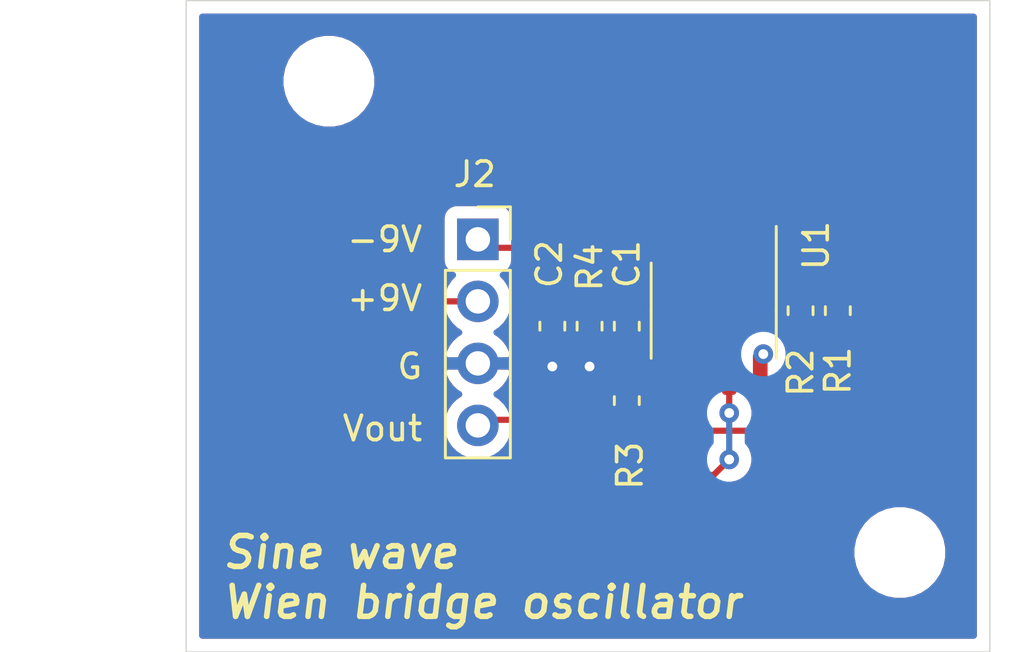
<source format=kicad_pcb>
(kicad_pcb (version 20171130) (host pcbnew 5.1.6-c6e7f7d~87~ubuntu18.04.1)

  (general
    (thickness 1.6)
    (drawings 11)
    (tracks 38)
    (zones 0)
    (modules 10)
    (nets 11)
  )

  (page A4)
  (layers
    (0 F.Cu signal)
    (31 B.Cu signal)
    (32 B.Adhes user)
    (33 F.Adhes user)
    (34 B.Paste user)
    (35 F.Paste user)
    (36 B.SilkS user)
    (37 F.SilkS user)
    (38 B.Mask user)
    (39 F.Mask user)
    (40 Dwgs.User user)
    (41 Cmts.User user)
    (42 Eco1.User user)
    (43 Eco2.User user hide)
    (44 Edge.Cuts user)
    (45 Margin user)
    (46 B.CrtYd user)
    (47 F.CrtYd user)
    (48 B.Fab user)
    (49 F.Fab user hide)
  )

  (setup
    (last_trace_width 0.254)
    (user_trace_width 0.1524)
    (user_trace_width 0.254)
    (user_trace_width 0.381)
    (user_trace_width 0.508)
    (user_trace_width 0.635)
    (trace_clearance 0.2)
    (zone_clearance 0.508)
    (zone_45_only no)
    (trace_min 0.2)
    (via_size 0.8)
    (via_drill 0.4)
    (via_min_size 0.4)
    (via_min_drill 0.3)
    (uvia_size 0.3)
    (uvia_drill 0.1)
    (uvias_allowed no)
    (uvia_min_size 0.2)
    (uvia_min_drill 0.1)
    (edge_width 0.05)
    (segment_width 0.2)
    (pcb_text_width 0.3)
    (pcb_text_size 1.5 1.5)
    (mod_edge_width 0.12)
    (mod_text_size 1 1)
    (mod_text_width 0.15)
    (pad_size 1.524 1.524)
    (pad_drill 0.762)
    (pad_to_mask_clearance 0.05)
    (aux_axis_origin 0 0)
    (visible_elements FFFFFF7F)
    (pcbplotparams
      (layerselection 0x010fc_ffffffff)
      (usegerberextensions false)
      (usegerberattributes true)
      (usegerberadvancedattributes true)
      (creategerberjobfile true)
      (excludeedgelayer true)
      (linewidth 0.100000)
      (plotframeref false)
      (viasonmask false)
      (mode 1)
      (useauxorigin false)
      (hpglpennumber 1)
      (hpglpenspeed 20)
      (hpglpendiameter 15.000000)
      (psnegative false)
      (psa4output false)
      (plotreference true)
      (plotvalue true)
      (plotinvisibletext false)
      (padsonsilk false)
      (subtractmaskfromsilk false)
      (outputformat 1)
      (mirror false)
      (drillshape 0)
      (scaleselection 1)
      (outputdirectory "../production/gerbers"))
  )

  (net 0 "")
  (net 1 GND)
  (net 2 /Vout)
  (net 3 "Net-(U1-Pad8)")
  (net 4 "Net-(U1-Pad5)")
  (net 5 "Net-(U1-Pad1)")
  (net 6 "Net-(C1-Pad2)")
  (net 7 "Net-(C1-Pad1)")
  (net 8 -9V)
  (net 9 +9V)
  (net 10 "Net-(R1-Pad2)")

  (net_class Default "This is the default net class."
    (clearance 0.2)
    (trace_width 0.25)
    (via_dia 0.8)
    (via_drill 0.4)
    (uvia_dia 0.3)
    (uvia_drill 0.1)
    (add_net +9V)
    (add_net -9V)
    (add_net /Vout)
    (add_net GND)
    (add_net "Net-(C1-Pad1)")
    (add_net "Net-(C1-Pad2)")
    (add_net "Net-(R1-Pad2)")
    (add_net "Net-(U1-Pad1)")
    (add_net "Net-(U1-Pad5)")
    (add_net "Net-(U1-Pad8)")
  )

  (module Package_SO:SO-8_3.9x4.9mm_P1.27mm (layer F.Cu) (tedit 5D9F72B1) (tstamp 61B0F525)
    (at 165.1 96.52 270)
    (descr "SO, 8 Pin (https://www.nxp.com/docs/en/data-sheet/PCF8523.pdf), generated with kicad-footprint-generator ipc_gullwing_generator.py")
    (tags "SO SO")
    (path /61B0F954)
    (attr smd)
    (fp_text reference U1 (at -2.667 -4.191 90) (layer F.SilkS)
      (effects (font (size 1 1) (thickness 0.15)))
    )
    (fp_text value TL081 (at 0 3.4 90) (layer F.Fab)
      (effects (font (size 1 1) (thickness 0.15)))
    )
    (fp_text user %R (at 0 0 90) (layer F.Fab)
      (effects (font (size 0.98 0.98) (thickness 0.15)))
    )
    (fp_line (start 0 2.56) (end 1.95 2.56) (layer F.SilkS) (width 0.12))
    (fp_line (start 0 2.56) (end -1.95 2.56) (layer F.SilkS) (width 0.12))
    (fp_line (start 0 -2.56) (end 1.95 -2.56) (layer F.SilkS) (width 0.12))
    (fp_line (start 0 -2.56) (end -3.45 -2.56) (layer F.SilkS) (width 0.12))
    (fp_line (start -0.975 -2.45) (end 1.95 -2.45) (layer F.Fab) (width 0.1))
    (fp_line (start 1.95 -2.45) (end 1.95 2.45) (layer F.Fab) (width 0.1))
    (fp_line (start 1.95 2.45) (end -1.95 2.45) (layer F.Fab) (width 0.1))
    (fp_line (start -1.95 2.45) (end -1.95 -1.475) (layer F.Fab) (width 0.1))
    (fp_line (start -1.95 -1.475) (end -0.975 -2.45) (layer F.Fab) (width 0.1))
    (fp_line (start -3.7 -2.7) (end -3.7 2.7) (layer F.CrtYd) (width 0.05))
    (fp_line (start -3.7 2.7) (end 3.7 2.7) (layer F.CrtYd) (width 0.05))
    (fp_line (start 3.7 2.7) (end 3.7 -2.7) (layer F.CrtYd) (width 0.05))
    (fp_line (start 3.7 -2.7) (end -3.7 -2.7) (layer F.CrtYd) (width 0.05))
    (pad 8 smd roundrect (at 2.575 -1.905 270) (size 1.75 0.6) (layers F.Cu F.Paste F.Mask) (roundrect_rratio 0.25)
      (net 3 "Net-(U1-Pad8)"))
    (pad 7 smd roundrect (at 2.575 -0.635 270) (size 1.75 0.6) (layers F.Cu F.Paste F.Mask) (roundrect_rratio 0.25)
      (net 9 +9V))
    (pad 6 smd roundrect (at 2.575 0.635 270) (size 1.75 0.6) (layers F.Cu F.Paste F.Mask) (roundrect_rratio 0.25)
      (net 2 /Vout))
    (pad 5 smd roundrect (at 2.575 1.905 270) (size 1.75 0.6) (layers F.Cu F.Paste F.Mask) (roundrect_rratio 0.25)
      (net 4 "Net-(U1-Pad5)"))
    (pad 4 smd roundrect (at -2.575 1.905 270) (size 1.75 0.6) (layers F.Cu F.Paste F.Mask) (roundrect_rratio 0.25)
      (net 8 -9V))
    (pad 3 smd roundrect (at -2.575 0.635 270) (size 1.75 0.6) (layers F.Cu F.Paste F.Mask) (roundrect_rratio 0.25)
      (net 7 "Net-(C1-Pad1)"))
    (pad 2 smd roundrect (at -2.575 -0.635 270) (size 1.75 0.6) (layers F.Cu F.Paste F.Mask) (roundrect_rratio 0.25)
      (net 10 "Net-(R1-Pad2)"))
    (pad 1 smd roundrect (at -2.575 -1.905 270) (size 1.75 0.6) (layers F.Cu F.Paste F.Mask) (roundrect_rratio 0.25)
      (net 5 "Net-(U1-Pad1)"))
    (model ${KISYS3DMOD}/Package_SO.3dshapes/SO-8_3.9x4.9mm_P1.27mm.wrl
      (at (xyz 0 0 0))
      (scale (xyz 1 1 1))
      (rotate (xyz 0 0 0))
    )
    (model /home/jf/Documents/KiCAD/advent-calendar-of-circuits-2021/lib/3d/SO8.STEP
      (offset (xyz 6.35 14.2875 0.2794))
      (scale (xyz 1 1 1))
      (rotate (xyz 90 -180 90))
    )
  )

  (module Resistor_SMD:R_0603_1608Metric (layer F.Cu) (tedit 5B301BBD) (tstamp 61B0EFC2)
    (at 160.02 97.155 270)
    (descr "Resistor SMD 0603 (1608 Metric), square (rectangular) end terminal, IPC_7351 nominal, (Body size source: http://www.tortai-tech.com/upload/download/2011102023233369053.pdf), generated with kicad-footprint-generator")
    (tags resistor)
    (path /61B3F9B1)
    (attr smd)
    (fp_text reference R4 (at -2.413 0 90) (layer F.SilkS)
      (effects (font (size 1 1) (thickness 0.15)))
    )
    (fp_text value 10K (at 0 1.43 90) (layer F.Fab)
      (effects (font (size 1 1) (thickness 0.15)))
    )
    (fp_text user %R (at 0 0 90) (layer F.Fab)
      (effects (font (size 0.4 0.4) (thickness 0.06)))
    )
    (fp_line (start -0.8 0.4) (end -0.8 -0.4) (layer F.Fab) (width 0.1))
    (fp_line (start -0.8 -0.4) (end 0.8 -0.4) (layer F.Fab) (width 0.1))
    (fp_line (start 0.8 -0.4) (end 0.8 0.4) (layer F.Fab) (width 0.1))
    (fp_line (start 0.8 0.4) (end -0.8 0.4) (layer F.Fab) (width 0.1))
    (fp_line (start -0.162779 -0.51) (end 0.162779 -0.51) (layer F.SilkS) (width 0.12))
    (fp_line (start -0.162779 0.51) (end 0.162779 0.51) (layer F.SilkS) (width 0.12))
    (fp_line (start -1.48 0.73) (end -1.48 -0.73) (layer F.CrtYd) (width 0.05))
    (fp_line (start -1.48 -0.73) (end 1.48 -0.73) (layer F.CrtYd) (width 0.05))
    (fp_line (start 1.48 -0.73) (end 1.48 0.73) (layer F.CrtYd) (width 0.05))
    (fp_line (start 1.48 0.73) (end -1.48 0.73) (layer F.CrtYd) (width 0.05))
    (pad 2 smd roundrect (at 0.7875 0 270) (size 0.875 0.95) (layers F.Cu F.Paste F.Mask) (roundrect_rratio 0.25)
      (net 1 GND))
    (pad 1 smd roundrect (at -0.7875 0 270) (size 0.875 0.95) (layers F.Cu F.Paste F.Mask) (roundrect_rratio 0.25)
      (net 7 "Net-(C1-Pad1)"))
    (model ${KISYS3DMOD}/Resistor_SMD.3dshapes/R_0603_1608Metric.wrl
      (at (xyz 0 0 0))
      (scale (xyz 1 1 1))
      (rotate (xyz 0 0 0))
    )
  )

  (module Resistor_SMD:R_0603_1608Metric (layer F.Cu) (tedit 5B301BBD) (tstamp 61B0EFB1)
    (at 161.544 100.203 90)
    (descr "Resistor SMD 0603 (1608 Metric), square (rectangular) end terminal, IPC_7351 nominal, (Body size source: http://www.tortai-tech.com/upload/download/2011102023233369053.pdf), generated with kicad-footprint-generator")
    (tags resistor)
    (path /61B399A6)
    (attr smd)
    (fp_text reference R3 (at -2.667 0.127 90) (layer F.SilkS)
      (effects (font (size 1 1) (thickness 0.15)))
    )
    (fp_text value 10K (at 0 1.43 90) (layer F.Fab)
      (effects (font (size 1 1) (thickness 0.15)))
    )
    (fp_text user %R (at 0 0 90) (layer F.Fab)
      (effects (font (size 0.4 0.4) (thickness 0.06)))
    )
    (fp_line (start -0.8 0.4) (end -0.8 -0.4) (layer F.Fab) (width 0.1))
    (fp_line (start -0.8 -0.4) (end 0.8 -0.4) (layer F.Fab) (width 0.1))
    (fp_line (start 0.8 -0.4) (end 0.8 0.4) (layer F.Fab) (width 0.1))
    (fp_line (start 0.8 0.4) (end -0.8 0.4) (layer F.Fab) (width 0.1))
    (fp_line (start -0.162779 -0.51) (end 0.162779 -0.51) (layer F.SilkS) (width 0.12))
    (fp_line (start -0.162779 0.51) (end 0.162779 0.51) (layer F.SilkS) (width 0.12))
    (fp_line (start -1.48 0.73) (end -1.48 -0.73) (layer F.CrtYd) (width 0.05))
    (fp_line (start -1.48 -0.73) (end 1.48 -0.73) (layer F.CrtYd) (width 0.05))
    (fp_line (start 1.48 -0.73) (end 1.48 0.73) (layer F.CrtYd) (width 0.05))
    (fp_line (start 1.48 0.73) (end -1.48 0.73) (layer F.CrtYd) (width 0.05))
    (pad 2 smd roundrect (at 0.7875 0 90) (size 0.875 0.95) (layers F.Cu F.Paste F.Mask) (roundrect_rratio 0.25)
      (net 6 "Net-(C1-Pad2)"))
    (pad 1 smd roundrect (at -0.7875 0 90) (size 0.875 0.95) (layers F.Cu F.Paste F.Mask) (roundrect_rratio 0.25)
      (net 2 /Vout))
    (model ${KISYS3DMOD}/Resistor_SMD.3dshapes/R_0603_1608Metric.wrl
      (at (xyz 0 0 0))
      (scale (xyz 1 1 1))
      (rotate (xyz 0 0 0))
    )
  )

  (module Resistor_SMD:R_0603_1608Metric (layer F.Cu) (tedit 5B301BBD) (tstamp 61B0EFA0)
    (at 168.656 96.52 270)
    (descr "Resistor SMD 0603 (1608 Metric), square (rectangular) end terminal, IPC_7351 nominal, (Body size source: http://www.tortai-tech.com/upload/download/2011102023233369053.pdf), generated with kicad-footprint-generator")
    (tags resistor)
    (path /61B1B7E0)
    (attr smd)
    (fp_text reference R2 (at 2.54 0 90) (layer F.SilkS)
      (effects (font (size 1 1) (thickness 0.15)))
    )
    (fp_text value 10K (at 0 1.43 90) (layer F.Fab)
      (effects (font (size 1 1) (thickness 0.15)))
    )
    (fp_text user %R (at 0 0 90) (layer F.Fab)
      (effects (font (size 0.4 0.4) (thickness 0.06)))
    )
    (fp_line (start -0.8 0.4) (end -0.8 -0.4) (layer F.Fab) (width 0.1))
    (fp_line (start -0.8 -0.4) (end 0.8 -0.4) (layer F.Fab) (width 0.1))
    (fp_line (start 0.8 -0.4) (end 0.8 0.4) (layer F.Fab) (width 0.1))
    (fp_line (start 0.8 0.4) (end -0.8 0.4) (layer F.Fab) (width 0.1))
    (fp_line (start -0.162779 -0.51) (end 0.162779 -0.51) (layer F.SilkS) (width 0.12))
    (fp_line (start -0.162779 0.51) (end 0.162779 0.51) (layer F.SilkS) (width 0.12))
    (fp_line (start -1.48 0.73) (end -1.48 -0.73) (layer F.CrtYd) (width 0.05))
    (fp_line (start -1.48 -0.73) (end 1.48 -0.73) (layer F.CrtYd) (width 0.05))
    (fp_line (start 1.48 -0.73) (end 1.48 0.73) (layer F.CrtYd) (width 0.05))
    (fp_line (start 1.48 0.73) (end -1.48 0.73) (layer F.CrtYd) (width 0.05))
    (pad 2 smd roundrect (at 0.7875 0 270) (size 0.875 0.95) (layers F.Cu F.Paste F.Mask) (roundrect_rratio 0.25)
      (net 2 /Vout))
    (pad 1 smd roundrect (at -0.7875 0 270) (size 0.875 0.95) (layers F.Cu F.Paste F.Mask) (roundrect_rratio 0.25)
      (net 10 "Net-(R1-Pad2)"))
    (model ${KISYS3DMOD}/Resistor_SMD.3dshapes/R_0603_1608Metric.wrl
      (at (xyz 0 0 0))
      (scale (xyz 1 1 1))
      (rotate (xyz 0 0 0))
    )
  )

  (module Capacitor_SMD:C_0603_1608Metric (layer F.Cu) (tedit 5B301BBE) (tstamp 61B0EF35)
    (at 158.496 97.155 90)
    (descr "Capacitor SMD 0603 (1608 Metric), square (rectangular) end terminal, IPC_7351 nominal, (Body size source: http://www.tortai-tech.com/upload/download/2011102023233369053.pdf), generated with kicad-footprint-generator")
    (tags capacitor)
    (path /61B40E37)
    (attr smd)
    (fp_text reference C2 (at 2.54 -0.127 90) (layer F.SilkS)
      (effects (font (size 1 1) (thickness 0.15)))
    )
    (fp_text value 10nF (at 0 1.43 90) (layer F.Fab)
      (effects (font (size 1 1) (thickness 0.15)))
    )
    (fp_text user %R (at 0 0 90) (layer F.Fab)
      (effects (font (size 0.4 0.4) (thickness 0.06)))
    )
    (fp_line (start -0.8 0.4) (end -0.8 -0.4) (layer F.Fab) (width 0.1))
    (fp_line (start -0.8 -0.4) (end 0.8 -0.4) (layer F.Fab) (width 0.1))
    (fp_line (start 0.8 -0.4) (end 0.8 0.4) (layer F.Fab) (width 0.1))
    (fp_line (start 0.8 0.4) (end -0.8 0.4) (layer F.Fab) (width 0.1))
    (fp_line (start -0.162779 -0.51) (end 0.162779 -0.51) (layer F.SilkS) (width 0.12))
    (fp_line (start -0.162779 0.51) (end 0.162779 0.51) (layer F.SilkS) (width 0.12))
    (fp_line (start -1.48 0.73) (end -1.48 -0.73) (layer F.CrtYd) (width 0.05))
    (fp_line (start -1.48 -0.73) (end 1.48 -0.73) (layer F.CrtYd) (width 0.05))
    (fp_line (start 1.48 -0.73) (end 1.48 0.73) (layer F.CrtYd) (width 0.05))
    (fp_line (start 1.48 0.73) (end -1.48 0.73) (layer F.CrtYd) (width 0.05))
    (pad 2 smd roundrect (at 0.7875 0 90) (size 0.875 0.95) (layers F.Cu F.Paste F.Mask) (roundrect_rratio 0.25)
      (net 7 "Net-(C1-Pad1)"))
    (pad 1 smd roundrect (at -0.7875 0 90) (size 0.875 0.95) (layers F.Cu F.Paste F.Mask) (roundrect_rratio 0.25)
      (net 1 GND))
    (model ${KISYS3DMOD}/Capacitor_SMD.3dshapes/C_0603_1608Metric.wrl
      (at (xyz 0 0 0))
      (scale (xyz 1 1 1))
      (rotate (xyz 0 0 0))
    )
  )

  (module Capacitor_SMD:C_0603_1608Metric (layer F.Cu) (tedit 5B301BBE) (tstamp 61B0EF24)
    (at 161.544 97.155 270)
    (descr "Capacitor SMD 0603 (1608 Metric), square (rectangular) end terminal, IPC_7351 nominal, (Body size source: http://www.tortai-tech.com/upload/download/2011102023233369053.pdf), generated with kicad-footprint-generator")
    (tags capacitor)
    (path /61B277EC)
    (attr smd)
    (fp_text reference C1 (at -2.54 0 90) (layer F.SilkS)
      (effects (font (size 1 1) (thickness 0.15)))
    )
    (fp_text value 10nF (at 0 1.43 90) (layer F.Fab)
      (effects (font (size 1 1) (thickness 0.15)))
    )
    (fp_text user %R (at 0 0 90) (layer F.Fab)
      (effects (font (size 0.4 0.4) (thickness 0.06)))
    )
    (fp_line (start -0.8 0.4) (end -0.8 -0.4) (layer F.Fab) (width 0.1))
    (fp_line (start -0.8 -0.4) (end 0.8 -0.4) (layer F.Fab) (width 0.1))
    (fp_line (start 0.8 -0.4) (end 0.8 0.4) (layer F.Fab) (width 0.1))
    (fp_line (start 0.8 0.4) (end -0.8 0.4) (layer F.Fab) (width 0.1))
    (fp_line (start -0.162779 -0.51) (end 0.162779 -0.51) (layer F.SilkS) (width 0.12))
    (fp_line (start -0.162779 0.51) (end 0.162779 0.51) (layer F.SilkS) (width 0.12))
    (fp_line (start -1.48 0.73) (end -1.48 -0.73) (layer F.CrtYd) (width 0.05))
    (fp_line (start -1.48 -0.73) (end 1.48 -0.73) (layer F.CrtYd) (width 0.05))
    (fp_line (start 1.48 -0.73) (end 1.48 0.73) (layer F.CrtYd) (width 0.05))
    (fp_line (start 1.48 0.73) (end -1.48 0.73) (layer F.CrtYd) (width 0.05))
    (pad 2 smd roundrect (at 0.7875 0 270) (size 0.875 0.95) (layers F.Cu F.Paste F.Mask) (roundrect_rratio 0.25)
      (net 6 "Net-(C1-Pad2)"))
    (pad 1 smd roundrect (at -0.7875 0 270) (size 0.875 0.95) (layers F.Cu F.Paste F.Mask) (roundrect_rratio 0.25)
      (net 7 "Net-(C1-Pad1)"))
    (model ${KISYS3DMOD}/Capacitor_SMD.3dshapes/C_0603_1608Metric.wrl
      (at (xyz 0 0 0))
      (scale (xyz 1 1 1))
      (rotate (xyz 0 0 0))
    )
  )

  (module Resistor_SMD:R_0603_1608Metric (layer F.Cu) (tedit 5B301BBD) (tstamp 61AB56A3)
    (at 170.18 96.52 90)
    (descr "Resistor SMD 0603 (1608 Metric), square (rectangular) end terminal, IPC_7351 nominal, (Body size source: http://www.tortai-tech.com/upload/download/2011102023233369053.pdf), generated with kicad-footprint-generator")
    (tags resistor)
    (path /61B0AB8F)
    (attr smd)
    (fp_text reference R1 (at -2.4638 0 90) (layer F.SilkS)
      (effects (font (size 1 1) (thickness 0.15)))
    )
    (fp_text value 10K (at 0 1.43 90) (layer F.Fab)
      (effects (font (size 1 1) (thickness 0.15)))
    )
    (fp_line (start 1.48 0.73) (end -1.48 0.73) (layer F.CrtYd) (width 0.05))
    (fp_line (start 1.48 -0.73) (end 1.48 0.73) (layer F.CrtYd) (width 0.05))
    (fp_line (start -1.48 -0.73) (end 1.48 -0.73) (layer F.CrtYd) (width 0.05))
    (fp_line (start -1.48 0.73) (end -1.48 -0.73) (layer F.CrtYd) (width 0.05))
    (fp_line (start -0.162779 0.51) (end 0.162779 0.51) (layer F.SilkS) (width 0.12))
    (fp_line (start -0.162779 -0.51) (end 0.162779 -0.51) (layer F.SilkS) (width 0.12))
    (fp_line (start 0.8 0.4) (end -0.8 0.4) (layer F.Fab) (width 0.1))
    (fp_line (start 0.8 -0.4) (end 0.8 0.4) (layer F.Fab) (width 0.1))
    (fp_line (start -0.8 -0.4) (end 0.8 -0.4) (layer F.Fab) (width 0.1))
    (fp_line (start -0.8 0.4) (end -0.8 -0.4) (layer F.Fab) (width 0.1))
    (fp_text user %R (at 0 0 90) (layer F.Fab)
      (effects (font (size 0.4 0.4) (thickness 0.06)))
    )
    (pad 2 smd roundrect (at 0.7875 0 90) (size 0.875 0.95) (layers F.Cu F.Paste F.Mask) (roundrect_rratio 0.25)
      (net 10 "Net-(R1-Pad2)"))
    (pad 1 smd roundrect (at -0.7875 0 90) (size 0.875 0.95) (layers F.Cu F.Paste F.Mask) (roundrect_rratio 0.25)
      (net 1 GND))
    (model ${KISYS3DMOD}/Resistor_SMD.3dshapes/R_0603_1608Metric.wrl
      (at (xyz 0 0 0))
      (scale (xyz 1 1 1))
      (rotate (xyz 0 0 0))
    )
  )

  (module MountingHole:MountingHole_2.7mm_M2.5 (layer F.Cu) (tedit 56D1B4CB) (tstamp 61A8CCDD)
    (at 172.72 106.426)
    (descr "Mounting Hole 2.7mm, no annular, M2.5")
    (tags "mounting hole 2.7mm no annular m2.5")
    (path /61B14D6F)
    (attr virtual)
    (fp_text reference H2 (at -4.064 2.286) (layer F.SilkS) hide
      (effects (font (size 1 1) (thickness 0.15)))
    )
    (fp_text value MountingHole (at 0 3.7) (layer F.Fab)
      (effects (font (size 1 1) (thickness 0.15)))
    )
    (fp_circle (center 0 0) (end 2.7 0) (layer Cmts.User) (width 0.15))
    (fp_circle (center 0 0) (end 2.95 0) (layer F.CrtYd) (width 0.05))
    (fp_text user %R (at 0.3 0) (layer F.Fab)
      (effects (font (size 1 1) (thickness 0.15)))
    )
    (pad 1 np_thru_hole circle (at 0 0) (size 2.7 2.7) (drill 2.7) (layers *.Cu *.Mask))
  )

  (module MountingHole:MountingHole_2.7mm_M2.5 (layer F.Cu) (tedit 56D1B4CB) (tstamp 61A8D2F5)
    (at 149.352 87.122)
    (descr "Mounting Hole 2.7mm, no annular, M2.5")
    (tags "mounting hole 2.7mm no annular m2.5")
    (path /61B1347B)
    (attr virtual)
    (fp_text reference H1 (at 0 -3.7) (layer F.SilkS) hide
      (effects (font (size 1 1) (thickness 0.15)))
    )
    (fp_text value MountingHole (at 0 3.7) (layer F.Fab)
      (effects (font (size 1 1) (thickness 0.15)))
    )
    (fp_circle (center 0 0) (end 2.7 0) (layer Cmts.User) (width 0.15))
    (fp_circle (center 0 0) (end 2.95 0) (layer F.CrtYd) (width 0.05))
    (fp_text user %R (at 0.3 0) (layer F.Fab)
      (effects (font (size 1 1) (thickness 0.15)))
    )
    (pad 1 np_thru_hole circle (at 0 0) (size 2.7 2.7) (drill 2.7) (layers *.Cu *.Mask))
  )

  (module Connector_PinSocket_2.54mm:PinSocket_1x04_P2.54mm_Vertical (layer F.Cu) (tedit 5A19A429) (tstamp 61A8D878)
    (at 155.448 93.599)
    (descr "Through hole straight socket strip, 1x04, 2.54mm pitch, single row (from Kicad 4.0.7), script generated")
    (tags "Through hole socket strip THT 1x04 2.54mm single row")
    (path /61A8D521)
    (fp_text reference J2 (at -0.127 -2.667) (layer F.SilkS)
      (effects (font (size 1 1) (thickness 0.15)))
    )
    (fp_text value Conn_01x04 (at 0 10.39) (layer F.Fab)
      (effects (font (size 1 1) (thickness 0.15)))
    )
    (fp_line (start -1.27 -1.27) (end 0.635 -1.27) (layer F.Fab) (width 0.1))
    (fp_line (start 0.635 -1.27) (end 1.27 -0.635) (layer F.Fab) (width 0.1))
    (fp_line (start 1.27 -0.635) (end 1.27 8.89) (layer F.Fab) (width 0.1))
    (fp_line (start 1.27 8.89) (end -1.27 8.89) (layer F.Fab) (width 0.1))
    (fp_line (start -1.27 8.89) (end -1.27 -1.27) (layer F.Fab) (width 0.1))
    (fp_line (start -1.33 1.27) (end 1.33 1.27) (layer F.SilkS) (width 0.12))
    (fp_line (start -1.33 1.27) (end -1.33 8.95) (layer F.SilkS) (width 0.12))
    (fp_line (start -1.33 8.95) (end 1.33 8.95) (layer F.SilkS) (width 0.12))
    (fp_line (start 1.33 1.27) (end 1.33 8.95) (layer F.SilkS) (width 0.12))
    (fp_line (start 1.33 -1.33) (end 1.33 0) (layer F.SilkS) (width 0.12))
    (fp_line (start 0 -1.33) (end 1.33 -1.33) (layer F.SilkS) (width 0.12))
    (fp_line (start -1.8 -1.8) (end 1.75 -1.8) (layer F.CrtYd) (width 0.05))
    (fp_line (start 1.75 -1.8) (end 1.75 9.4) (layer F.CrtYd) (width 0.05))
    (fp_line (start 1.75 9.4) (end -1.8 9.4) (layer F.CrtYd) (width 0.05))
    (fp_line (start -1.8 9.4) (end -1.8 -1.8) (layer F.CrtYd) (width 0.05))
    (fp_text user %R (at 0 3.81 90) (layer F.Fab)
      (effects (font (size 1 1) (thickness 0.15)))
    )
    (pad 4 thru_hole oval (at 0 7.62) (size 1.7 1.7) (drill 1) (layers *.Cu *.Mask)
      (net 2 /Vout))
    (pad 3 thru_hole oval (at 0 5.08) (size 1.7 1.7) (drill 1) (layers *.Cu *.Mask)
      (net 1 GND))
    (pad 2 thru_hole oval (at 0 2.54) (size 1.7 1.7) (drill 1) (layers *.Cu *.Mask)
      (net 9 +9V))
    (pad 1 thru_hole rect (at 0 0) (size 1.7 1.7) (drill 1) (layers *.Cu *.Mask)
      (net 8 -9V))
  )

  (gr_text 12/5/2021 (at 168.656 86.995) (layer F.Mask) (tstamp 61B1086F)
    (effects (font (size 1 1) (thickness 0.15) italic))
  )
  (gr_text -9V (at 151.638 93.599) (layer F.SilkS) (tstamp 61B1085C)
    (effects (font (size 1 1) (thickness 0.15)))
  )
  (gr_text +9V (at 151.638 96.012) (layer F.SilkS) (tstamp 61B10858)
    (effects (font (size 1 1) (thickness 0.15)))
  )
  (gr_text G (at 152.66181 98.806) (layer F.SilkS) (tstamp 61AB6076)
    (effects (font (size 1 1) (thickness 0.15)))
  )
  (gr_text "Sine wave\nWien bridge oscillator" (at 144.907 107.442) (layer F.SilkS)
    (effects (font (size 1.27 1.27) (thickness 0.2286) italic) (justify left))
  )
  (gr_text "JF Saraceno" (at 163.703 108.585) (layer B.Mask) (tstamp 61A8E090)
    (effects (font (size 1 1) (thickness 0.15) italic) (justify mirror))
  )
  (gr_text Vout (at 151.542762 101.346) (layer F.SilkS) (tstamp 61A8DF49)
    (effects (font (size 1 1) (thickness 0.15)))
  )
  (gr_line (start 176.403 83.82) (end 143.51 83.82) (layer Edge.Cuts) (width 0.05))
  (gr_line (start 176.403 110.49) (end 176.403 83.82) (layer Edge.Cuts) (width 0.05))
  (gr_line (start 143.51 110.49) (end 176.403 110.49) (layer Edge.Cuts) (width 0.05))
  (gr_line (start 143.51 83.82) (end 143.51 110.49) (layer Edge.Cuts) (width 0.05))

  (via (at 158.496 98.806) (size 0.8) (drill 0.4) (layers F.Cu B.Cu) (net 1))
  (via (at 160.02 98.806) (size 0.8) (drill 0.4) (layers F.Cu B.Cu) (net 1))
  (via (at 167.132 98.298) (size 0.8) (drill 0.4) (layers F.Cu B.Cu) (net 3))
  (segment (start 170.9675 97.3075) (end 171.069 97.409) (width 0.254) (layer F.Cu) (net 1))
  (segment (start 170.18 97.3075) (end 170.9675 97.3075) (width 0.254) (layer F.Cu) (net 1))
  (segment (start 158.496 97.9425) (end 158.496 98.806) (width 0.254) (layer F.Cu) (net 1))
  (segment (start 160.02 97.9425) (end 160.02 98.806) (width 0.254) (layer F.Cu) (net 1))
  (segment (start 168.656 97.3075) (end 168.656 100.711) (width 0.254) (layer F.Cu) (net 2))
  (segment (start 163.4445 100.9905) (end 161.544 100.9905) (width 0.254) (layer F.Cu) (net 2))
  (segment (start 167.928999 101.438001) (end 168.656 100.711) (width 0.254) (layer F.Cu) (net 2))
  (segment (start 163.892001 101.438001) (end 167.928999 101.438001) (width 0.254) (layer F.Cu) (net 2))
  (segment (start 163.4445 100.9905) (end 163.892001 101.438001) (width 0.254) (layer F.Cu) (net 2))
  (segment (start 155.6765 100.9905) (end 155.448 101.219) (width 0.254) (layer F.Cu) (net 2))
  (segment (start 164.557001 101.438001) (end 163.892001 101.438001) (width 0.254) (layer F.Cu) (net 2))
  (segment (start 164.465 99.095) (end 164.465 101.346) (width 0.254) (layer F.Cu) (net 2))
  (segment (start 164.465 101.346) (end 164.557001 101.438001) (width 0.254) (layer F.Cu) (net 2))
  (segment (start 161.544 100.9905) (end 155.6765 100.9905) (width 0.254) (layer F.Cu) (net 2))
  (segment (start 161.544 97.9425) (end 161.544 99.4155) (width 0.254) (layer F.Cu) (net 6))
  (segment (start 164.465 93.945) (end 164.465 95.885) (width 0.254) (layer F.Cu) (net 7))
  (segment (start 163.9825 96.3675) (end 158.496 96.3675) (width 0.254) (layer F.Cu) (net 7))
  (segment (start 164.465 95.885) (end 163.9825 96.3675) (width 0.254) (layer F.Cu) (net 7))
  (segment (start 155.794 93.945) (end 155.448 93.599) (width 0.254) (layer F.Cu) (net 8))
  (segment (start 163.195 93.945) (end 155.794 93.945) (width 0.254) (layer F.Cu) (net 8))
  (via (at 165.735 102.616) (size 0.8) (drill 0.4) (layers F.Cu B.Cu) (net 9) (tstamp 61B106B5))
  (via (at 165.735 100.711) (size 0.8) (drill 0.4) (layers F.Cu B.Cu) (net 9) (tstamp 61B106BA))
  (segment (start 165.735 99.095) (end 165.735 100.711) (width 0.254) (layer F.Cu) (net 9))
  (segment (start 155.448 96.139) (end 153.543 96.139) (width 0.254) (layer F.Cu) (net 9))
  (segment (start 153.543 96.139) (end 152.527 97.155) (width 0.254) (layer F.Cu) (net 9))
  (segment (start 152.527 97.155) (end 152.527 102.362) (width 0.254) (layer F.Cu) (net 9))
  (segment (start 152.527 102.362) (end 153.416 103.251) (width 0.254) (layer F.Cu) (net 9))
  (segment (start 165.735 100.711) (end 165.735 102.616) (width 0.254) (layer B.Cu) (net 9))
  (segment (start 165.1 103.251) (end 165.735 102.616) (width 0.254) (layer F.Cu) (net 9))
  (segment (start 153.416 103.251) (end 165.1 103.251) (width 0.254) (layer F.Cu) (net 9))
  (segment (start 170.2055 95.758) (end 170.18 95.7325) (width 0.254) (layer F.Cu) (net 10))
  (segment (start 170.18 95.7325) (end 168.656 95.7325) (width 0.254) (layer F.Cu) (net 10))
  (segment (start 165.735 93.945) (end 165.735 94.996) (width 0.254) (layer F.Cu) (net 10))
  (segment (start 166.4715 95.7325) (end 168.656 95.7325) (width 0.254) (layer F.Cu) (net 10))
  (segment (start 165.735 94.996) (end 166.4715 95.7325) (width 0.254) (layer F.Cu) (net 10))

  (zone (net 1) (net_name GND) (layer F.Cu) (tstamp 61A873FB) (hatch edge 0.508)
    (connect_pads (clearance 0.508))
    (min_thickness 0.254)
    (fill yes (arc_segments 32) (thermal_gap 0.508) (thermal_bridge_width 0.508))
    (polygon
      (pts
        (xy 177.8 110.49) (xy 135.89 110.49) (xy 135.89 83.82) (xy 177.8 83.82)
      )
    )
    (filled_polygon
      (pts
        (xy 175.743 109.83) (xy 144.17 109.83) (xy 144.17 106.230495) (xy 170.735 106.230495) (xy 170.735 106.621505)
        (xy 170.811282 107.005003) (xy 170.960915 107.36625) (xy 171.178149 107.691364) (xy 171.454636 107.967851) (xy 171.77975 108.185085)
        (xy 172.140997 108.334718) (xy 172.524495 108.411) (xy 172.915505 108.411) (xy 173.299003 108.334718) (xy 173.66025 108.185085)
        (xy 173.985364 107.967851) (xy 174.261851 107.691364) (xy 174.479085 107.36625) (xy 174.628718 107.005003) (xy 174.705 106.621505)
        (xy 174.705 106.230495) (xy 174.628718 105.846997) (xy 174.479085 105.48575) (xy 174.261851 105.160636) (xy 173.985364 104.884149)
        (xy 173.66025 104.666915) (xy 173.299003 104.517282) (xy 172.915505 104.441) (xy 172.524495 104.441) (xy 172.140997 104.517282)
        (xy 171.77975 104.666915) (xy 171.454636 104.884149) (xy 171.178149 105.160636) (xy 170.960915 105.48575) (xy 170.811282 105.846997)
        (xy 170.735 106.230495) (xy 144.17 106.230495) (xy 144.17 97.155) (xy 151.761314 97.155) (xy 151.765 97.192423)
        (xy 151.765001 102.324567) (xy 151.761314 102.362) (xy 151.776027 102.511378) (xy 151.819599 102.655015) (xy 151.890355 102.787392)
        (xy 151.961721 102.874351) (xy 151.985579 102.903422) (xy 152.014649 102.927279) (xy 152.850721 103.763351) (xy 152.874578 103.792422)
        (xy 152.903648 103.816279) (xy 152.990607 103.887645) (xy 153.061364 103.925465) (xy 153.122985 103.958402) (xy 153.266622 104.001974)
        (xy 153.378574 104.013) (xy 153.378577 104.013) (xy 153.416 104.016686) (xy 153.453423 104.013) (xy 165.062577 104.013)
        (xy 165.1 104.016686) (xy 165.137423 104.013) (xy 165.137426 104.013) (xy 165.249378 104.001974) (xy 165.393015 103.958402)
        (xy 165.525392 103.887645) (xy 165.641422 103.792422) (xy 165.665284 103.763346) (xy 165.77763 103.651) (xy 165.836939 103.651)
        (xy 166.036898 103.611226) (xy 166.225256 103.533205) (xy 166.394774 103.419937) (xy 166.538937 103.275774) (xy 166.652205 103.106256)
        (xy 166.730226 102.917898) (xy 166.77 102.717939) (xy 166.77 102.514061) (xy 166.730226 102.314102) (xy 166.682963 102.200001)
        (xy 167.891576 102.200001) (xy 167.928999 102.203687) (xy 167.966422 102.200001) (xy 167.966425 102.200001) (xy 168.078377 102.188975)
        (xy 168.222014 102.145403) (xy 168.354391 102.074646) (xy 168.470421 101.979423) (xy 168.494283 101.950347) (xy 169.168346 101.276284)
        (xy 169.197422 101.252422) (xy 169.257857 101.178781) (xy 169.292645 101.136393) (xy 169.363401 101.004016) (xy 169.363402 101.004015)
        (xy 169.406974 100.860378) (xy 169.418 100.748426) (xy 169.418 100.748423) (xy 169.421686 100.711) (xy 169.418 100.673577)
        (xy 169.418 98.311614) (xy 169.46082 98.334502) (xy 169.580518 98.370812) (xy 169.705 98.383072) (xy 169.89425 98.38)
        (xy 170.053 98.22125) (xy 170.053 97.4345) (xy 170.307 97.4345) (xy 170.307 98.22125) (xy 170.46575 98.38)
        (xy 170.655 98.383072) (xy 170.779482 98.370812) (xy 170.89918 98.334502) (xy 171.009494 98.275537) (xy 171.106185 98.196185)
        (xy 171.185537 98.099494) (xy 171.244502 97.98918) (xy 171.280812 97.869482) (xy 171.293072 97.745) (xy 171.29 97.59325)
        (xy 171.13125 97.4345) (xy 170.307 97.4345) (xy 170.053 97.4345) (xy 170.033 97.4345) (xy 170.033 97.1805)
        (xy 170.053 97.1805) (xy 170.053 97.1605) (xy 170.307 97.1605) (xy 170.307 97.1805) (xy 171.13125 97.1805)
        (xy 171.29 97.02175) (xy 171.293072 96.87) (xy 171.280812 96.745518) (xy 171.244502 96.62582) (xy 171.185537 96.515506)
        (xy 171.1309 96.44893) (xy 171.148671 96.427275) (xy 171.22785 96.279142) (xy 171.276608 96.118408) (xy 171.293072 95.95125)
        (xy 171.293072 95.51375) (xy 171.276608 95.346592) (xy 171.22785 95.185858) (xy 171.148671 95.037725) (xy 171.042115 94.907885)
        (xy 170.912275 94.801329) (xy 170.764142 94.72215) (xy 170.603408 94.673392) (xy 170.43625 94.656928) (xy 169.92375 94.656928)
        (xy 169.756592 94.673392) (xy 169.595858 94.72215) (xy 169.447725 94.801329) (xy 169.418 94.825723) (xy 169.388275 94.801329)
        (xy 169.240142 94.72215) (xy 169.079408 94.673392) (xy 168.91225 94.656928) (xy 168.39975 94.656928) (xy 168.232592 94.673392)
        (xy 168.071858 94.72215) (xy 167.930493 94.797711) (xy 167.943072 94.67) (xy 167.943072 93.22) (xy 167.927929 93.066255)
        (xy 167.883084 92.918418) (xy 167.810258 92.782171) (xy 167.712251 92.662749) (xy 167.592829 92.564742) (xy 167.456582 92.491916)
        (xy 167.308745 92.447071) (xy 167.155 92.431928) (xy 166.855 92.431928) (xy 166.701255 92.447071) (xy 166.553418 92.491916)
        (xy 166.417171 92.564742) (xy 166.37 92.603454) (xy 166.322829 92.564742) (xy 166.186582 92.491916) (xy 166.038745 92.447071)
        (xy 165.885 92.431928) (xy 165.585 92.431928) (xy 165.431255 92.447071) (xy 165.283418 92.491916) (xy 165.147171 92.564742)
        (xy 165.1 92.603454) (xy 165.052829 92.564742) (xy 164.916582 92.491916) (xy 164.768745 92.447071) (xy 164.615 92.431928)
        (xy 164.315 92.431928) (xy 164.161255 92.447071) (xy 164.013418 92.491916) (xy 163.877171 92.564742) (xy 163.83 92.603454)
        (xy 163.782829 92.564742) (xy 163.646582 92.491916) (xy 163.498745 92.447071) (xy 163.345 92.431928) (xy 163.045 92.431928)
        (xy 162.891255 92.447071) (xy 162.743418 92.491916) (xy 162.607171 92.564742) (xy 162.487749 92.662749) (xy 162.389742 92.782171)
        (xy 162.316916 92.918418) (xy 162.272071 93.066255) (xy 162.260572 93.183) (xy 156.936072 93.183) (xy 156.936072 92.749)
        (xy 156.923812 92.624518) (xy 156.887502 92.50482) (xy 156.828537 92.394506) (xy 156.749185 92.297815) (xy 156.652494 92.218463)
        (xy 156.54218 92.159498) (xy 156.422482 92.123188) (xy 156.298 92.110928) (xy 154.598 92.110928) (xy 154.473518 92.123188)
        (xy 154.35382 92.159498) (xy 154.243506 92.218463) (xy 154.146815 92.297815) (xy 154.067463 92.394506) (xy 154.008498 92.50482)
        (xy 153.972188 92.624518) (xy 153.959928 92.749) (xy 153.959928 94.449) (xy 153.972188 94.573482) (xy 154.008498 94.69318)
        (xy 154.067463 94.803494) (xy 154.146815 94.900185) (xy 154.243506 94.979537) (xy 154.35382 95.038502) (xy 154.42638 95.060513)
        (xy 154.294525 95.192368) (xy 154.171158 95.377) (xy 153.580423 95.377) (xy 153.543 95.373314) (xy 153.505577 95.377)
        (xy 153.505574 95.377) (xy 153.393622 95.388026) (xy 153.249985 95.431598) (xy 153.200456 95.458072) (xy 153.117607 95.502355)
        (xy 153.034904 95.570228) (xy 153.001578 95.597578) (xy 152.977721 95.626649) (xy 152.014654 96.589716) (xy 151.985578 96.613578)
        (xy 151.938573 96.670855) (xy 151.890355 96.729608) (xy 151.852535 96.800365) (xy 151.819598 96.861986) (xy 151.776026 97.005623)
        (xy 151.769203 97.074901) (xy 151.761314 97.155) (xy 144.17 97.155) (xy 144.17 86.926495) (xy 147.367 86.926495)
        (xy 147.367 87.317505) (xy 147.443282 87.701003) (xy 147.592915 88.06225) (xy 147.810149 88.387364) (xy 148.086636 88.663851)
        (xy 148.41175 88.881085) (xy 148.772997 89.030718) (xy 149.156495 89.107) (xy 149.547505 89.107) (xy 149.931003 89.030718)
        (xy 150.29225 88.881085) (xy 150.617364 88.663851) (xy 150.893851 88.387364) (xy 151.111085 88.06225) (xy 151.260718 87.701003)
        (xy 151.337 87.317505) (xy 151.337 86.926495) (xy 151.260718 86.542997) (xy 151.111085 86.18175) (xy 150.893851 85.856636)
        (xy 150.617364 85.580149) (xy 150.29225 85.362915) (xy 149.931003 85.213282) (xy 149.547505 85.137) (xy 149.156495 85.137)
        (xy 148.772997 85.213282) (xy 148.41175 85.362915) (xy 148.086636 85.580149) (xy 147.810149 85.856636) (xy 147.592915 86.18175)
        (xy 147.443282 86.542997) (xy 147.367 86.926495) (xy 144.17 86.926495) (xy 144.17 84.48) (xy 175.743001 84.48)
      )
    )
    (filled_polygon
      (pts
        (xy 162.272071 94.823745) (xy 162.316916 94.971582) (xy 162.389742 95.107829) (xy 162.487749 95.227251) (xy 162.607171 95.325258)
        (xy 162.743418 95.398084) (xy 162.891255 95.442929) (xy 163.045 95.458072) (xy 163.345 95.458072) (xy 163.498745 95.442929)
        (xy 163.646582 95.398084) (xy 163.703001 95.367927) (xy 163.703001 95.569369) (xy 163.66687 95.6055) (xy 162.457501 95.6055)
        (xy 162.406115 95.542885) (xy 162.276275 95.436329) (xy 162.128142 95.35715) (xy 161.967408 95.308392) (xy 161.80025 95.291928)
        (xy 161.28775 95.291928) (xy 161.120592 95.308392) (xy 160.959858 95.35715) (xy 160.811725 95.436329) (xy 160.782 95.460723)
        (xy 160.752275 95.436329) (xy 160.604142 95.35715) (xy 160.443408 95.308392) (xy 160.27625 95.291928) (xy 159.76375 95.291928)
        (xy 159.596592 95.308392) (xy 159.435858 95.35715) (xy 159.287725 95.436329) (xy 159.258 95.460723) (xy 159.228275 95.436329)
        (xy 159.080142 95.35715) (xy 158.919408 95.308392) (xy 158.75225 95.291928) (xy 158.23975 95.291928) (xy 158.072592 95.308392)
        (xy 157.911858 95.35715) (xy 157.763725 95.436329) (xy 157.633885 95.542885) (xy 157.527329 95.672725) (xy 157.44815 95.820858)
        (xy 157.399392 95.981592) (xy 157.382928 96.14875) (xy 157.382928 96.58625) (xy 157.399392 96.753408) (xy 157.44815 96.914142)
        (xy 157.527329 97.062275) (xy 157.5451 97.08393) (xy 157.490463 97.150506) (xy 157.431498 97.26082) (xy 157.395188 97.380518)
        (xy 157.382928 97.505) (xy 157.386 97.65675) (xy 157.54475 97.8155) (xy 158.369 97.8155) (xy 158.369 97.7955)
        (xy 158.623 97.7955) (xy 158.623 97.8155) (xy 159.893 97.8155) (xy 159.893 97.7955) (xy 160.147 97.7955)
        (xy 160.147 97.8155) (xy 160.167 97.8155) (xy 160.167 98.0695) (xy 160.147 98.0695) (xy 160.147 98.85625)
        (xy 160.30575 99.015) (xy 160.451103 99.017359) (xy 160.447392 99.029592) (xy 160.430928 99.19675) (xy 160.430928 99.63425)
        (xy 160.447392 99.801408) (xy 160.49615 99.962142) (xy 160.575329 100.110275) (xy 160.651426 100.203) (xy 160.630499 100.2285)
        (xy 156.557607 100.2285) (xy 156.394632 100.065525) (xy 156.212466 99.943805) (xy 156.329355 99.874178) (xy 156.545588 99.679269)
        (xy 156.719641 99.44592) (xy 156.844825 99.183099) (xy 156.889476 99.03589) (xy 156.768155 98.806) (xy 155.575 98.806)
        (xy 155.575 98.826) (xy 155.321 98.826) (xy 155.321 98.806) (xy 154.127845 98.806) (xy 154.006524 99.03589)
        (xy 154.051175 99.183099) (xy 154.176359 99.44592) (xy 154.350412 99.679269) (xy 154.566645 99.874178) (xy 154.683534 99.943805)
        (xy 154.501368 100.065525) (xy 154.294525 100.272368) (xy 154.13201 100.515589) (xy 154.020068 100.785842) (xy 153.963 101.07274)
        (xy 153.963 101.36526) (xy 154.020068 101.652158) (xy 154.13201 101.922411) (xy 154.294525 102.165632) (xy 154.501368 102.372475)
        (xy 154.67576 102.489) (xy 153.731631 102.489) (xy 153.289 102.04637) (xy 153.289 97.47063) (xy 153.858631 96.901)
        (xy 154.171158 96.901) (xy 154.294525 97.085632) (xy 154.501368 97.292475) (xy 154.683534 97.414195) (xy 154.566645 97.483822)
        (xy 154.350412 97.678731) (xy 154.176359 97.91208) (xy 154.051175 98.174901) (xy 154.006524 98.32211) (xy 154.127845 98.552)
        (xy 155.321 98.552) (xy 155.321 98.532) (xy 155.575 98.532) (xy 155.575 98.552) (xy 156.768155 98.552)
        (xy 156.858925 98.38) (xy 157.382928 98.38) (xy 157.395188 98.504482) (xy 157.431498 98.62418) (xy 157.490463 98.734494)
        (xy 157.569815 98.831185) (xy 157.666506 98.910537) (xy 157.77682 98.969502) (xy 157.896518 99.005812) (xy 158.021 99.018072)
        (xy 158.21025 99.015) (xy 158.369 98.85625) (xy 158.369 98.0695) (xy 158.623 98.0695) (xy 158.623 98.85625)
        (xy 158.78175 99.015) (xy 158.971 99.018072) (xy 159.095482 99.005812) (xy 159.21518 98.969502) (xy 159.258 98.946614)
        (xy 159.30082 98.969502) (xy 159.420518 99.005812) (xy 159.545 99.018072) (xy 159.73425 99.015) (xy 159.893 98.85625)
        (xy 159.893 98.0695) (xy 158.623 98.0695) (xy 158.369 98.0695) (xy 157.54475 98.0695) (xy 157.386 98.22825)
        (xy 157.382928 98.38) (xy 156.858925 98.38) (xy 156.889476 98.32211) (xy 156.844825 98.174901) (xy 156.719641 97.91208)
        (xy 156.545588 97.678731) (xy 156.329355 97.483822) (xy 156.212466 97.414195) (xy 156.394632 97.292475) (xy 156.601475 97.085632)
        (xy 156.76399 96.842411) (xy 156.875932 96.572158) (xy 156.933 96.28526) (xy 156.933 95.99274) (xy 156.875932 95.705842)
        (xy 156.76399 95.435589) (xy 156.601475 95.192368) (xy 156.46962 95.060513) (xy 156.54218 95.038502) (xy 156.652494 94.979537)
        (xy 156.749185 94.900185) (xy 156.828537 94.803494) (xy 156.880115 94.707) (xy 162.260572 94.707)
      )
    )
  )
  (zone (net 1) (net_name GND) (layer B.Cu) (tstamp 61A873F8) (hatch edge 0.508)
    (connect_pads (clearance 0.508))
    (min_thickness 0.254)
    (fill yes (arc_segments 32) (thermal_gap 0.508) (thermal_bridge_width 0.508))
    (polygon
      (pts
        (xy 177.8 110.49) (xy 135.89 110.49) (xy 135.89 83.82) (xy 177.8 83.82)
      )
    )
    (filled_polygon
      (pts
        (xy 175.743 109.83) (xy 144.17 109.83) (xy 144.17 106.230495) (xy 170.735 106.230495) (xy 170.735 106.621505)
        (xy 170.811282 107.005003) (xy 170.960915 107.36625) (xy 171.178149 107.691364) (xy 171.454636 107.967851) (xy 171.77975 108.185085)
        (xy 172.140997 108.334718) (xy 172.524495 108.411) (xy 172.915505 108.411) (xy 173.299003 108.334718) (xy 173.66025 108.185085)
        (xy 173.985364 107.967851) (xy 174.261851 107.691364) (xy 174.479085 107.36625) (xy 174.628718 107.005003) (xy 174.705 106.621505)
        (xy 174.705 106.230495) (xy 174.628718 105.846997) (xy 174.479085 105.48575) (xy 174.261851 105.160636) (xy 173.985364 104.884149)
        (xy 173.66025 104.666915) (xy 173.299003 104.517282) (xy 172.915505 104.441) (xy 172.524495 104.441) (xy 172.140997 104.517282)
        (xy 171.77975 104.666915) (xy 171.454636 104.884149) (xy 171.178149 105.160636) (xy 170.960915 105.48575) (xy 170.811282 105.846997)
        (xy 170.735 106.230495) (xy 144.17 106.230495) (xy 144.17 101.07274) (xy 153.963 101.07274) (xy 153.963 101.36526)
        (xy 154.020068 101.652158) (xy 154.13201 101.922411) (xy 154.294525 102.165632) (xy 154.501368 102.372475) (xy 154.744589 102.53499)
        (xy 155.014842 102.646932) (xy 155.30174 102.704) (xy 155.59426 102.704) (xy 155.881158 102.646932) (xy 156.151411 102.53499)
        (xy 156.394632 102.372475) (xy 156.601475 102.165632) (xy 156.76399 101.922411) (xy 156.875932 101.652158) (xy 156.933 101.36526)
        (xy 156.933 101.07274) (xy 156.875932 100.785842) (xy 156.802708 100.609061) (xy 164.7 100.609061) (xy 164.7 100.812939)
        (xy 164.739774 101.012898) (xy 164.817795 101.201256) (xy 164.931063 101.370774) (xy 164.973 101.412711) (xy 164.973001 101.914288)
        (xy 164.931063 101.956226) (xy 164.817795 102.125744) (xy 164.739774 102.314102) (xy 164.7 102.514061) (xy 164.7 102.717939)
        (xy 164.739774 102.917898) (xy 164.817795 103.106256) (xy 164.931063 103.275774) (xy 165.075226 103.419937) (xy 165.244744 103.533205)
        (xy 165.433102 103.611226) (xy 165.633061 103.651) (xy 165.836939 103.651) (xy 166.036898 103.611226) (xy 166.225256 103.533205)
        (xy 166.394774 103.419937) (xy 166.538937 103.275774) (xy 166.652205 103.106256) (xy 166.730226 102.917898) (xy 166.77 102.717939)
        (xy 166.77 102.514061) (xy 166.730226 102.314102) (xy 166.652205 102.125744) (xy 166.538937 101.956226) (xy 166.497 101.914289)
        (xy 166.497 101.412711) (xy 166.538937 101.370774) (xy 166.652205 101.201256) (xy 166.730226 101.012898) (xy 166.77 100.812939)
        (xy 166.77 100.609061) (xy 166.730226 100.409102) (xy 166.652205 100.220744) (xy 166.538937 100.051226) (xy 166.394774 99.907063)
        (xy 166.225256 99.793795) (xy 166.036898 99.715774) (xy 165.836939 99.676) (xy 165.633061 99.676) (xy 165.433102 99.715774)
        (xy 165.244744 99.793795) (xy 165.075226 99.907063) (xy 164.931063 100.051226) (xy 164.817795 100.220744) (xy 164.739774 100.409102)
        (xy 164.7 100.609061) (xy 156.802708 100.609061) (xy 156.76399 100.515589) (xy 156.601475 100.272368) (xy 156.394632 100.065525)
        (xy 156.212466 99.943805) (xy 156.329355 99.874178) (xy 156.545588 99.679269) (xy 156.719641 99.44592) (xy 156.844825 99.183099)
        (xy 156.889476 99.03589) (xy 156.768155 98.806) (xy 155.575 98.806) (xy 155.575 98.826) (xy 155.321 98.826)
        (xy 155.321 98.806) (xy 154.127845 98.806) (xy 154.006524 99.03589) (xy 154.051175 99.183099) (xy 154.176359 99.44592)
        (xy 154.350412 99.679269) (xy 154.566645 99.874178) (xy 154.683534 99.943805) (xy 154.501368 100.065525) (xy 154.294525 100.272368)
        (xy 154.13201 100.515589) (xy 154.020068 100.785842) (xy 153.963 101.07274) (xy 144.17 101.07274) (xy 144.17 92.749)
        (xy 153.959928 92.749) (xy 153.959928 94.449) (xy 153.972188 94.573482) (xy 154.008498 94.69318) (xy 154.067463 94.803494)
        (xy 154.146815 94.900185) (xy 154.243506 94.979537) (xy 154.35382 95.038502) (xy 154.42638 95.060513) (xy 154.294525 95.192368)
        (xy 154.13201 95.435589) (xy 154.020068 95.705842) (xy 153.963 95.99274) (xy 153.963 96.28526) (xy 154.020068 96.572158)
        (xy 154.13201 96.842411) (xy 154.294525 97.085632) (xy 154.501368 97.292475) (xy 154.683534 97.414195) (xy 154.566645 97.483822)
        (xy 154.350412 97.678731) (xy 154.176359 97.91208) (xy 154.051175 98.174901) (xy 154.006524 98.32211) (xy 154.127845 98.552)
        (xy 155.321 98.552) (xy 155.321 98.532) (xy 155.575 98.532) (xy 155.575 98.552) (xy 156.768155 98.552)
        (xy 156.889476 98.32211) (xy 156.851244 98.196061) (xy 166.097 98.196061) (xy 166.097 98.399939) (xy 166.136774 98.599898)
        (xy 166.214795 98.788256) (xy 166.328063 98.957774) (xy 166.472226 99.101937) (xy 166.641744 99.215205) (xy 166.830102 99.293226)
        (xy 167.030061 99.333) (xy 167.233939 99.333) (xy 167.433898 99.293226) (xy 167.622256 99.215205) (xy 167.791774 99.101937)
        (xy 167.935937 98.957774) (xy 168.049205 98.788256) (xy 168.127226 98.599898) (xy 168.167 98.399939) (xy 168.167 98.196061)
        (xy 168.127226 97.996102) (xy 168.049205 97.807744) (xy 167.935937 97.638226) (xy 167.791774 97.494063) (xy 167.622256 97.380795)
        (xy 167.433898 97.302774) (xy 167.233939 97.263) (xy 167.030061 97.263) (xy 166.830102 97.302774) (xy 166.641744 97.380795)
        (xy 166.472226 97.494063) (xy 166.328063 97.638226) (xy 166.214795 97.807744) (xy 166.136774 97.996102) (xy 166.097 98.196061)
        (xy 156.851244 98.196061) (xy 156.844825 98.174901) (xy 156.719641 97.91208) (xy 156.545588 97.678731) (xy 156.329355 97.483822)
        (xy 156.212466 97.414195) (xy 156.394632 97.292475) (xy 156.601475 97.085632) (xy 156.76399 96.842411) (xy 156.875932 96.572158)
        (xy 156.933 96.28526) (xy 156.933 95.99274) (xy 156.875932 95.705842) (xy 156.76399 95.435589) (xy 156.601475 95.192368)
        (xy 156.46962 95.060513) (xy 156.54218 95.038502) (xy 156.652494 94.979537) (xy 156.749185 94.900185) (xy 156.828537 94.803494)
        (xy 156.887502 94.69318) (xy 156.923812 94.573482) (xy 156.936072 94.449) (xy 156.936072 92.749) (xy 156.923812 92.624518)
        (xy 156.887502 92.50482) (xy 156.828537 92.394506) (xy 156.749185 92.297815) (xy 156.652494 92.218463) (xy 156.54218 92.159498)
        (xy 156.422482 92.123188) (xy 156.298 92.110928) (xy 154.598 92.110928) (xy 154.473518 92.123188) (xy 154.35382 92.159498)
        (xy 154.243506 92.218463) (xy 154.146815 92.297815) (xy 154.067463 92.394506) (xy 154.008498 92.50482) (xy 153.972188 92.624518)
        (xy 153.959928 92.749) (xy 144.17 92.749) (xy 144.17 86.926495) (xy 147.367 86.926495) (xy 147.367 87.317505)
        (xy 147.443282 87.701003) (xy 147.592915 88.06225) (xy 147.810149 88.387364) (xy 148.086636 88.663851) (xy 148.41175 88.881085)
        (xy 148.772997 89.030718) (xy 149.156495 89.107) (xy 149.547505 89.107) (xy 149.931003 89.030718) (xy 150.29225 88.881085)
        (xy 150.617364 88.663851) (xy 150.893851 88.387364) (xy 151.111085 88.06225) (xy 151.260718 87.701003) (xy 151.337 87.317505)
        (xy 151.337 86.926495) (xy 151.260718 86.542997) (xy 151.111085 86.18175) (xy 150.893851 85.856636) (xy 150.617364 85.580149)
        (xy 150.29225 85.362915) (xy 149.931003 85.213282) (xy 149.547505 85.137) (xy 149.156495 85.137) (xy 148.772997 85.213282)
        (xy 148.41175 85.362915) (xy 148.086636 85.580149) (xy 147.810149 85.856636) (xy 147.592915 86.18175) (xy 147.443282 86.542997)
        (xy 147.367 86.926495) (xy 144.17 86.926495) (xy 144.17 84.48) (xy 175.743001 84.48)
      )
    )
  )
)

</source>
